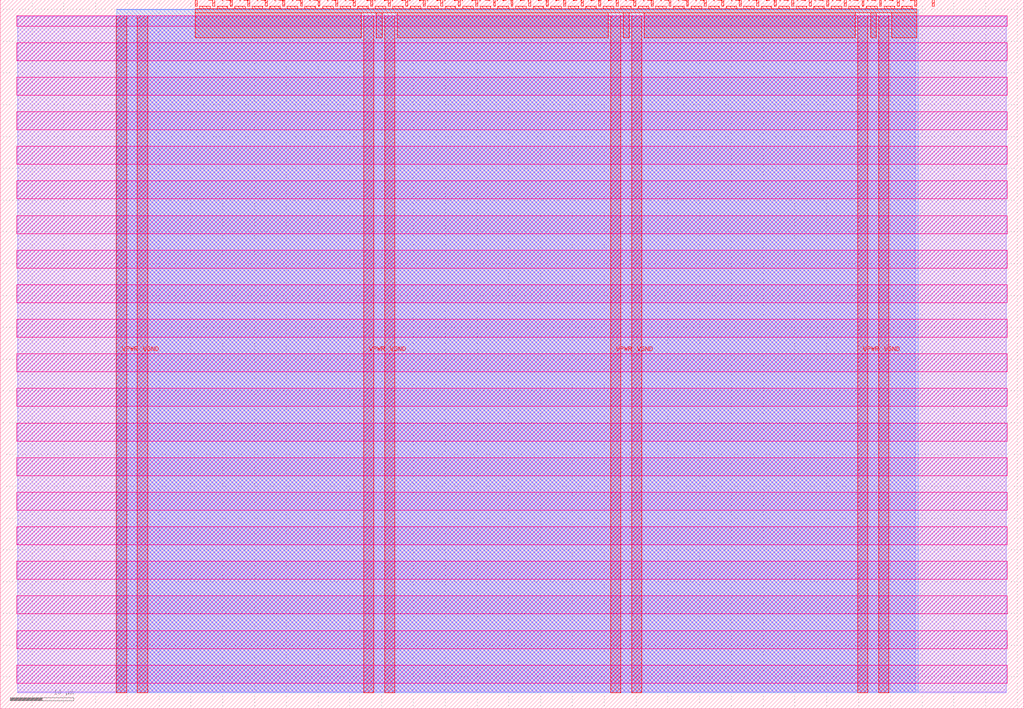
<source format=lef>
VERSION 5.7 ;
  NOWIREEXTENSIONATPIN ON ;
  DIVIDERCHAR "/" ;
  BUSBITCHARS "[]" ;
MACRO tt_um_wokwi_407306064811090945
  CLASS BLOCK ;
  FOREIGN tt_um_wokwi_407306064811090945 ;
  ORIGIN 0.000 0.000 ;
  SIZE 161.000 BY 111.520 ;
  PIN VGND
    DIRECTION INOUT ;
    USE GROUND ;
    PORT
      LAYER met4 ;
        RECT 21.580 2.480 23.180 109.040 ;
    END
    PORT
      LAYER met4 ;
        RECT 60.450 2.480 62.050 109.040 ;
    END
    PORT
      LAYER met4 ;
        RECT 99.320 2.480 100.920 109.040 ;
    END
    PORT
      LAYER met4 ;
        RECT 138.190 2.480 139.790 109.040 ;
    END
  END VGND
  PIN VPWR
    DIRECTION INOUT ;
    USE POWER ;
    PORT
      LAYER met4 ;
        RECT 18.280 2.480 19.880 109.040 ;
    END
    PORT
      LAYER met4 ;
        RECT 57.150 2.480 58.750 109.040 ;
    END
    PORT
      LAYER met4 ;
        RECT 96.020 2.480 97.620 109.040 ;
    END
    PORT
      LAYER met4 ;
        RECT 134.890 2.480 136.490 109.040 ;
    END
  END VPWR
  PIN clk
    DIRECTION INPUT ;
    USE SIGNAL ;
    ANTENNAGATEAREA 0.852000 ;
    PORT
      LAYER met4 ;
        RECT 143.830 110.520 144.130 111.520 ;
    END
  END clk
  PIN ena
    DIRECTION INPUT ;
    USE SIGNAL ;
    PORT
      LAYER met4 ;
        RECT 146.590 110.520 146.890 111.520 ;
    END
  END ena
  PIN rst_n
    DIRECTION INPUT ;
    USE SIGNAL ;
    PORT
      LAYER met4 ;
        RECT 141.070 110.520 141.370 111.520 ;
    END
  END rst_n
  PIN ui_in[0]
    DIRECTION INPUT ;
    USE SIGNAL ;
    ANTENNAGATEAREA 0.196500 ;
    PORT
      LAYER met4 ;
        RECT 138.310 110.520 138.610 111.520 ;
    END
  END ui_in[0]
  PIN ui_in[1]
    DIRECTION INPUT ;
    USE SIGNAL ;
    PORT
      LAYER met4 ;
        RECT 135.550 110.520 135.850 111.520 ;
    END
  END ui_in[1]
  PIN ui_in[2]
    DIRECTION INPUT ;
    USE SIGNAL ;
    PORT
      LAYER met4 ;
        RECT 132.790 110.520 133.090 111.520 ;
    END
  END ui_in[2]
  PIN ui_in[3]
    DIRECTION INPUT ;
    USE SIGNAL ;
    PORT
      LAYER met4 ;
        RECT 130.030 110.520 130.330 111.520 ;
    END
  END ui_in[3]
  PIN ui_in[4]
    DIRECTION INPUT ;
    USE SIGNAL ;
    PORT
      LAYER met4 ;
        RECT 127.270 110.520 127.570 111.520 ;
    END
  END ui_in[4]
  PIN ui_in[5]
    DIRECTION INPUT ;
    USE SIGNAL ;
    PORT
      LAYER met4 ;
        RECT 124.510 110.520 124.810 111.520 ;
    END
  END ui_in[5]
  PIN ui_in[6]
    DIRECTION INPUT ;
    USE SIGNAL ;
    PORT
      LAYER met4 ;
        RECT 121.750 110.520 122.050 111.520 ;
    END
  END ui_in[6]
  PIN ui_in[7]
    DIRECTION INPUT ;
    USE SIGNAL ;
    PORT
      LAYER met4 ;
        RECT 118.990 110.520 119.290 111.520 ;
    END
  END ui_in[7]
  PIN uio_in[0]
    DIRECTION INPUT ;
    USE SIGNAL ;
    PORT
      LAYER met4 ;
        RECT 116.230 110.520 116.530 111.520 ;
    END
  END uio_in[0]
  PIN uio_in[1]
    DIRECTION INPUT ;
    USE SIGNAL ;
    PORT
      LAYER met4 ;
        RECT 113.470 110.520 113.770 111.520 ;
    END
  END uio_in[1]
  PIN uio_in[2]
    DIRECTION INPUT ;
    USE SIGNAL ;
    PORT
      LAYER met4 ;
        RECT 110.710 110.520 111.010 111.520 ;
    END
  END uio_in[2]
  PIN uio_in[3]
    DIRECTION INPUT ;
    USE SIGNAL ;
    PORT
      LAYER met4 ;
        RECT 107.950 110.520 108.250 111.520 ;
    END
  END uio_in[3]
  PIN uio_in[4]
    DIRECTION INPUT ;
    USE SIGNAL ;
    PORT
      LAYER met4 ;
        RECT 105.190 110.520 105.490 111.520 ;
    END
  END uio_in[4]
  PIN uio_in[5]
    DIRECTION INPUT ;
    USE SIGNAL ;
    PORT
      LAYER met4 ;
        RECT 102.430 110.520 102.730 111.520 ;
    END
  END uio_in[5]
  PIN uio_in[6]
    DIRECTION INPUT ;
    USE SIGNAL ;
    PORT
      LAYER met4 ;
        RECT 99.670 110.520 99.970 111.520 ;
    END
  END uio_in[6]
  PIN uio_in[7]
    DIRECTION INPUT ;
    USE SIGNAL ;
    PORT
      LAYER met4 ;
        RECT 96.910 110.520 97.210 111.520 ;
    END
  END uio_in[7]
  PIN uio_oe[0]
    DIRECTION OUTPUT ;
    USE SIGNAL ;
    ANTENNADIFFAREA 0.445500 ;
    PORT
      LAYER met4 ;
        RECT 49.990 110.520 50.290 111.520 ;
    END
  END uio_oe[0]
  PIN uio_oe[1]
    DIRECTION OUTPUT ;
    USE SIGNAL ;
    ANTENNADIFFAREA 0.445500 ;
    PORT
      LAYER met4 ;
        RECT 47.230 110.520 47.530 111.520 ;
    END
  END uio_oe[1]
  PIN uio_oe[2]
    DIRECTION OUTPUT ;
    USE SIGNAL ;
    ANTENNADIFFAREA 0.445500 ;
    PORT
      LAYER met4 ;
        RECT 44.470 110.520 44.770 111.520 ;
    END
  END uio_oe[2]
  PIN uio_oe[3]
    DIRECTION OUTPUT ;
    USE SIGNAL ;
    ANTENNADIFFAREA 0.445500 ;
    PORT
      LAYER met4 ;
        RECT 41.710 110.520 42.010 111.520 ;
    END
  END uio_oe[3]
  PIN uio_oe[4]
    DIRECTION OUTPUT ;
    USE SIGNAL ;
    ANTENNADIFFAREA 0.445500 ;
    PORT
      LAYER met4 ;
        RECT 38.950 110.520 39.250 111.520 ;
    END
  END uio_oe[4]
  PIN uio_oe[5]
    DIRECTION OUTPUT ;
    USE SIGNAL ;
    ANTENNADIFFAREA 0.445500 ;
    PORT
      LAYER met4 ;
        RECT 36.190 110.520 36.490 111.520 ;
    END
  END uio_oe[5]
  PIN uio_oe[6]
    DIRECTION OUTPUT ;
    USE SIGNAL ;
    ANTENNADIFFAREA 0.445500 ;
    PORT
      LAYER met4 ;
        RECT 33.430 110.520 33.730 111.520 ;
    END
  END uio_oe[6]
  PIN uio_oe[7]
    DIRECTION OUTPUT ;
    USE SIGNAL ;
    ANTENNADIFFAREA 0.445500 ;
    PORT
      LAYER met4 ;
        RECT 30.670 110.520 30.970 111.520 ;
    END
  END uio_oe[7]
  PIN uio_out[0]
    DIRECTION OUTPUT ;
    USE SIGNAL ;
    ANTENNADIFFAREA 0.445500 ;
    PORT
      LAYER met4 ;
        RECT 72.070 110.520 72.370 111.520 ;
    END
  END uio_out[0]
  PIN uio_out[1]
    DIRECTION OUTPUT ;
    USE SIGNAL ;
    ANTENNADIFFAREA 0.445500 ;
    PORT
      LAYER met4 ;
        RECT 69.310 110.520 69.610 111.520 ;
    END
  END uio_out[1]
  PIN uio_out[2]
    DIRECTION OUTPUT ;
    USE SIGNAL ;
    ANTENNADIFFAREA 0.445500 ;
    PORT
      LAYER met4 ;
        RECT 66.550 110.520 66.850 111.520 ;
    END
  END uio_out[2]
  PIN uio_out[3]
    DIRECTION OUTPUT ;
    USE SIGNAL ;
    ANTENNADIFFAREA 0.445500 ;
    PORT
      LAYER met4 ;
        RECT 63.790 110.520 64.090 111.520 ;
    END
  END uio_out[3]
  PIN uio_out[4]
    DIRECTION OUTPUT ;
    USE SIGNAL ;
    ANTENNADIFFAREA 0.445500 ;
    PORT
      LAYER met4 ;
        RECT 61.030 110.520 61.330 111.520 ;
    END
  END uio_out[4]
  PIN uio_out[5]
    DIRECTION OUTPUT ;
    USE SIGNAL ;
    ANTENNADIFFAREA 0.445500 ;
    PORT
      LAYER met4 ;
        RECT 58.270 110.520 58.570 111.520 ;
    END
  END uio_out[5]
  PIN uio_out[6]
    DIRECTION OUTPUT ;
    USE SIGNAL ;
    ANTENNADIFFAREA 0.445500 ;
    PORT
      LAYER met4 ;
        RECT 55.510 110.520 55.810 111.520 ;
    END
  END uio_out[6]
  PIN uio_out[7]
    DIRECTION OUTPUT ;
    USE SIGNAL ;
    ANTENNADIFFAREA 0.445500 ;
    PORT
      LAYER met4 ;
        RECT 52.750 110.520 53.050 111.520 ;
    END
  END uio_out[7]
  PIN uo_out[0]
    DIRECTION OUTPUT ;
    USE SIGNAL ;
    ANTENNADIFFAREA 0.445500 ;
    PORT
      LAYER met4 ;
        RECT 94.150 110.520 94.450 111.520 ;
    END
  END uo_out[0]
  PIN uo_out[1]
    DIRECTION OUTPUT ;
    USE SIGNAL ;
    ANTENNADIFFAREA 0.445500 ;
    PORT
      LAYER met4 ;
        RECT 91.390 110.520 91.690 111.520 ;
    END
  END uo_out[1]
  PIN uo_out[2]
    DIRECTION OUTPUT ;
    USE SIGNAL ;
    ANTENNADIFFAREA 0.445500 ;
    PORT
      LAYER met4 ;
        RECT 88.630 110.520 88.930 111.520 ;
    END
  END uo_out[2]
  PIN uo_out[3]
    DIRECTION OUTPUT ;
    USE SIGNAL ;
    ANTENNADIFFAREA 0.445500 ;
    PORT
      LAYER met4 ;
        RECT 85.870 110.520 86.170 111.520 ;
    END
  END uo_out[3]
  PIN uo_out[4]
    DIRECTION OUTPUT ;
    USE SIGNAL ;
    ANTENNADIFFAREA 0.445500 ;
    PORT
      LAYER met4 ;
        RECT 83.110 110.520 83.410 111.520 ;
    END
  END uo_out[4]
  PIN uo_out[5]
    DIRECTION OUTPUT ;
    USE SIGNAL ;
    ANTENNADIFFAREA 0.445500 ;
    PORT
      LAYER met4 ;
        RECT 80.350 110.520 80.650 111.520 ;
    END
  END uo_out[5]
  PIN uo_out[6]
    DIRECTION OUTPUT ;
    USE SIGNAL ;
    ANTENNADIFFAREA 0.445500 ;
    PORT
      LAYER met4 ;
        RECT 77.590 110.520 77.890 111.520 ;
    END
  END uo_out[6]
  PIN uo_out[7]
    DIRECTION OUTPUT ;
    USE SIGNAL ;
    ANTENNADIFFAREA 0.445500 ;
    PORT
      LAYER met4 ;
        RECT 74.830 110.520 75.130 111.520 ;
    END
  END uo_out[7]
  OBS
      LAYER nwell ;
        RECT 2.570 107.385 158.430 108.990 ;
        RECT 2.570 101.945 158.430 104.775 ;
        RECT 2.570 96.505 158.430 99.335 ;
        RECT 2.570 91.065 158.430 93.895 ;
        RECT 2.570 85.625 158.430 88.455 ;
        RECT 2.570 80.185 158.430 83.015 ;
        RECT 2.570 74.745 158.430 77.575 ;
        RECT 2.570 69.305 158.430 72.135 ;
        RECT 2.570 63.865 158.430 66.695 ;
        RECT 2.570 58.425 158.430 61.255 ;
        RECT 2.570 52.985 158.430 55.815 ;
        RECT 2.570 47.545 158.430 50.375 ;
        RECT 2.570 42.105 158.430 44.935 ;
        RECT 2.570 36.665 158.430 39.495 ;
        RECT 2.570 31.225 158.430 34.055 ;
        RECT 2.570 25.785 158.430 28.615 ;
        RECT 2.570 20.345 158.430 23.175 ;
        RECT 2.570 14.905 158.430 17.735 ;
        RECT 2.570 9.465 158.430 12.295 ;
        RECT 2.570 4.025 158.430 6.855 ;
      LAYER li1 ;
        RECT 2.760 2.635 158.240 108.885 ;
      LAYER met1 ;
        RECT 2.760 2.480 158.240 109.040 ;
      LAYER met2 ;
        RECT 18.310 2.535 143.890 110.005 ;
      LAYER met3 ;
        RECT 18.290 2.555 144.370 109.985 ;
      LAYER met4 ;
        RECT 31.370 110.120 33.030 110.520 ;
        RECT 34.130 110.120 35.790 110.520 ;
        RECT 36.890 110.120 38.550 110.520 ;
        RECT 39.650 110.120 41.310 110.520 ;
        RECT 42.410 110.120 44.070 110.520 ;
        RECT 45.170 110.120 46.830 110.520 ;
        RECT 47.930 110.120 49.590 110.520 ;
        RECT 50.690 110.120 52.350 110.520 ;
        RECT 53.450 110.120 55.110 110.520 ;
        RECT 56.210 110.120 57.870 110.520 ;
        RECT 58.970 110.120 60.630 110.520 ;
        RECT 61.730 110.120 63.390 110.520 ;
        RECT 64.490 110.120 66.150 110.520 ;
        RECT 67.250 110.120 68.910 110.520 ;
        RECT 70.010 110.120 71.670 110.520 ;
        RECT 72.770 110.120 74.430 110.520 ;
        RECT 75.530 110.120 77.190 110.520 ;
        RECT 78.290 110.120 79.950 110.520 ;
        RECT 81.050 110.120 82.710 110.520 ;
        RECT 83.810 110.120 85.470 110.520 ;
        RECT 86.570 110.120 88.230 110.520 ;
        RECT 89.330 110.120 90.990 110.520 ;
        RECT 92.090 110.120 93.750 110.520 ;
        RECT 94.850 110.120 96.510 110.520 ;
        RECT 97.610 110.120 99.270 110.520 ;
        RECT 100.370 110.120 102.030 110.520 ;
        RECT 103.130 110.120 104.790 110.520 ;
        RECT 105.890 110.120 107.550 110.520 ;
        RECT 108.650 110.120 110.310 110.520 ;
        RECT 111.410 110.120 113.070 110.520 ;
        RECT 114.170 110.120 115.830 110.520 ;
        RECT 116.930 110.120 118.590 110.520 ;
        RECT 119.690 110.120 121.350 110.520 ;
        RECT 122.450 110.120 124.110 110.520 ;
        RECT 125.210 110.120 126.870 110.520 ;
        RECT 127.970 110.120 129.630 110.520 ;
        RECT 130.730 110.120 132.390 110.520 ;
        RECT 133.490 110.120 135.150 110.520 ;
        RECT 136.250 110.120 137.910 110.520 ;
        RECT 139.010 110.120 140.670 110.520 ;
        RECT 141.770 110.120 143.430 110.520 ;
        RECT 30.655 109.440 144.145 110.120 ;
        RECT 30.655 105.575 56.750 109.440 ;
        RECT 59.150 105.575 60.050 109.440 ;
        RECT 62.450 105.575 95.620 109.440 ;
        RECT 98.020 105.575 98.920 109.440 ;
        RECT 101.320 105.575 134.490 109.440 ;
        RECT 136.890 105.575 137.790 109.440 ;
        RECT 140.190 105.575 144.145 109.440 ;
  END
END tt_um_wokwi_407306064811090945
END LIBRARY


</source>
